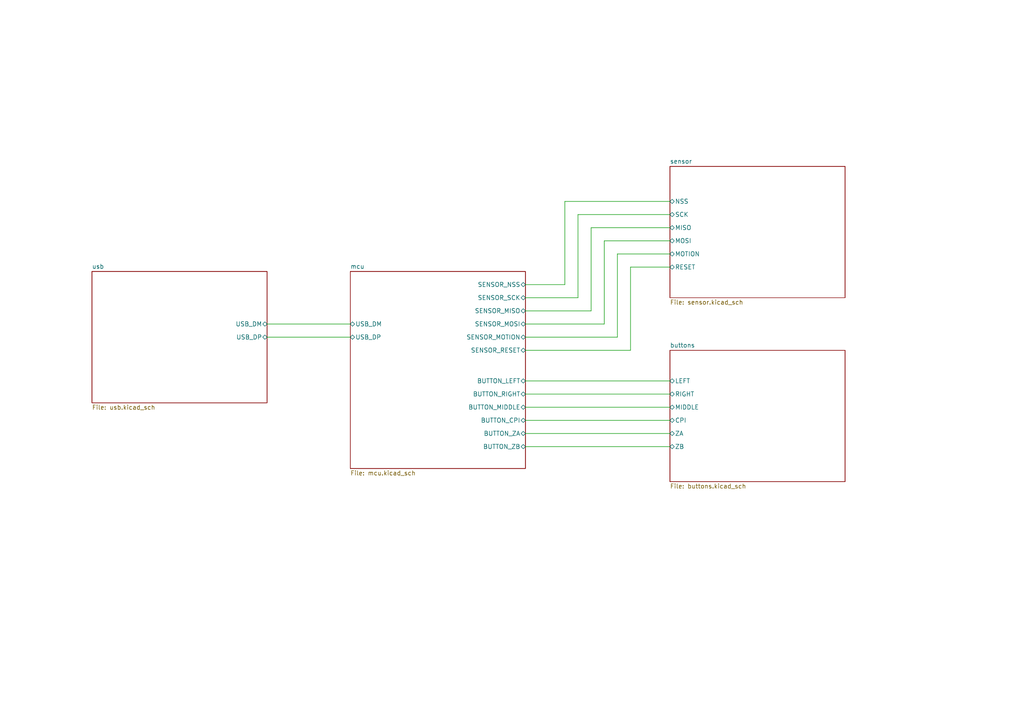
<source format=kicad_sch>
(kicad_sch (version 20211123) (generator eeschema)
  (paper "A4")
  (lib_symbols)
  (wire (pts (xy 171.45 66.04) (xy 171.45 90.17)))
  (wire (pts (xy 152.4 93.98) (xy 175.26 93.98)))
  (wire (pts (xy 152.4 129.54) (xy 194.31 129.54)))
  (wire (pts (xy 167.64 62.23) (xy 194.31 62.23)))
  (wire (pts (xy 182.88 77.47) (xy 182.88 101.6)))
  (wire (pts (xy 152.4 86.36) (xy 167.64 86.36)))
  (wire (pts (xy 194.31 73.66) (xy 179.07 73.66)))
  (wire (pts (xy 194.31 77.47) (xy 182.88 77.47)))
  (wire (pts (xy 152.4 125.73) (xy 194.31 125.73)))
  (wire (pts (xy 152.4 118.11) (xy 194.31 118.11)))
  (wire (pts (xy 167.64 86.36) (xy 167.64 62.23)))
  (wire (pts (xy 77.47 93.98) (xy 101.6 93.98)))
  (wire (pts (xy 152.4 114.3) (xy 194.31 114.3)))
  (wire (pts (xy 179.07 73.66) (xy 179.07 97.79)))
  (wire (pts (xy 152.4 110.49) (xy 194.31 110.49)))
  (wire (pts (xy 163.83 58.42) (xy 163.83 82.55)))
  (wire (pts (xy 163.83 82.55) (xy 152.4 82.55)))
  (wire (pts (xy 179.07 97.79) (xy 152.4 97.79)))
  (wire (pts (xy 182.88 101.6) (xy 152.4 101.6)))
  (wire (pts (xy 194.31 58.42) (xy 163.83 58.42)))
  (wire (pts (xy 175.26 93.98) (xy 175.26 69.85)))
  (wire (pts (xy 194.31 66.04) (xy 171.45 66.04)))
  (wire (pts (xy 77.47 97.79) (xy 101.6 97.79)))
  (wire (pts (xy 175.26 69.85) (xy 194.31 69.85)))
  (wire (pts (xy 171.45 90.17) (xy 152.4 90.17)))
  (wire (pts (xy 152.4 121.92) (xy 194.31 121.92)))
  (sheet (at 194.31 101.6) (size 50.8 38.1) (stroke (width 0.1524))
    (property "Sheet name" "buttons" (at 194.31 100.8884 0) (effects (justify left bottom)))
    (property "Sheet file" "buttons.kicad_sch" (at 194.31 140.2846 0) (effects (justify left top)))
    (pin "LEFT" bidirectional (at 194.31 110.49 180))
    (pin "RIGHT" bidirectional (at 194.31 114.3 180))
    (pin "MIDDLE" bidirectional (at 194.31 118.11 180))
    (pin "ZA" bidirectional (at 194.31 125.73 180))
    (pin "ZB" bidirectional (at 194.31 129.54 180))
    (pin "CPI" bidirectional (at 194.31 121.92 180))
  )
  (sheet (at 194.31 48.26) (size 50.8 38.1) (stroke (width 0.1524))
    (property "Sheet name" "sensor" (at 194.31 47.5484 0) (effects (justify left bottom)))
    (property "Sheet file" "sensor.kicad_sch" (at 194.31 86.9446 0) (effects (justify left top)))
    (pin "RESET" bidirectional (at 194.31 77.47 180))
    (pin "SCK" bidirectional (at 194.31 62.23 180))
    (pin "NSS" bidirectional (at 194.31 58.42 180))
    (pin "MISO" bidirectional (at 194.31 66.04 180))
    (pin "MOSI" bidirectional (at 194.31 69.85 180))
    (pin "MOTION" bidirectional (at 194.31 73.66 180))
  )
  (sheet (at 26.67 78.74) (size 50.8 38.1) (stroke (width 0.1524))
    (property "Sheet name" "usb" (at 26.67 78.0284 0) (effects (justify left bottom)))
    (property "Sheet file" "usb.kicad_sch" (at 26.67 117.4246 0) (effects (justify left top)))
    (pin "USB_DM" bidirectional (at 77.47 93.98 0))
    (pin "USB_DP" bidirectional (at 77.47 97.79 0))
  )
  (sheet (at 101.6 78.74) (size 50.8 57.15) (stroke (width 0.1524))
    (property "Sheet name" "mcu" (at 101.6 78.0284 0) (effects (justify left bottom)))
    (property "Sheet file" "mcu.kicad_sch" (at 101.6 136.4746 0) (effects (justify left top)))
    (pin "USB_DM" bidirectional (at 101.6 93.98 180))
    (pin "USB_DP" bidirectional (at 101.6 97.79 180))
    (pin "SENSOR_RESET" bidirectional (at 152.4 101.6 0))
    (pin "SENSOR_MOTION" bidirectional (at 152.4 97.79 0))
    (pin "SENSOR_MISO" bidirectional (at 152.4 90.17 0))
    (pin "SENSOR_MOSI" bidirectional (at 152.4 93.98 0))
    (pin "SENSOR_SCK" bidirectional (at 152.4 86.36 0))
    (pin "SENSOR_NSS" bidirectional (at 152.4 82.55 0))
    (pin "BUTTON_MIDDLE" bidirectional (at 152.4 118.11 0))
    (pin "BUTTON_CPI" bidirectional (at 152.4 121.92 0))
    (pin "BUTTON_RIGHT" bidirectional (at 152.4 114.3 0))
    (pin "BUTTON_LEFT" bidirectional (at 152.4 110.49 0))
    (pin "BUTTON_ZB" bidirectional (at 152.4 129.54 0))
    (pin "BUTTON_ZA" bidirectional (at 152.4 125.73 0))
  )
)
</source>
